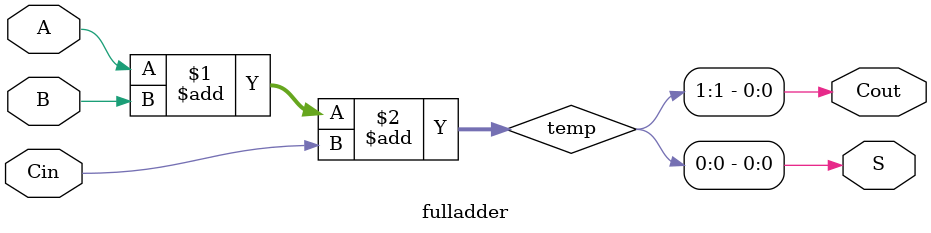
<source format=sv>
`timescale 1ns / 1ps


module fulladder(
input logic A, B, Cin,
    output logic S, Cout
    );//È«¼ÓÆ÷
    logic [1:0] temp;
    assign temp = A + B + Cin;
    assign S = temp[0];
    assign Cout = temp[1];
endmodule

</source>
